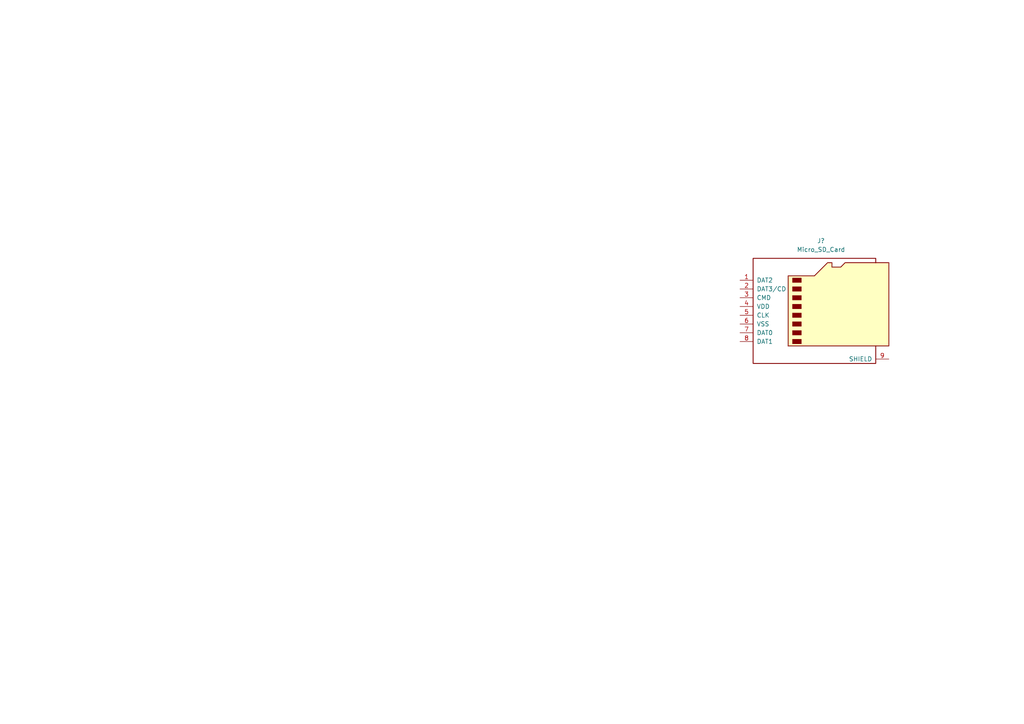
<source format=kicad_sch>
(kicad_sch (version 20211123) (generator eeschema)
  (paper "A4")
  (lib_symbols
    (symbol "Connector:Micro_SD_Card" (pin_names (offset 1.016))
      (property "Reference" "J" (at -16.51 15.24 0))
      (property "Value" "Micro_SD_Card" (at 16.51 15.24 0))
      (symbol "Micro_SD_Card_0_1"
        (rectangle (start -7.62 -9.525) (end -5.08 -10.795) (fill (type outline)))
        (rectangle (start -7.62 -6.985) (end -5.08 -8.255) (fill (type outline)))
        (rectangle (start -7.62 -4.445) (end -5.08 -5.715) (fill (type outline)))
        (rectangle (start -7.62 -1.905) (end -5.08 -3.175) (fill (type outline)))
        (rectangle (start -7.62 0.635) (end -5.08 -0.635) (fill (type outline)))
        (rectangle (start -7.62 3.175) (end -5.08 1.905) (fill (type outline)))
        (rectangle (start -7.62 5.715) (end -5.08 4.445) (fill (type outline)))
        (rectangle (start -7.62 8.255) (end -5.08 6.985) (fill (type outline)))
        (polyline (pts (xy 16.51 12.7) (xy 16.51 13.97) (xy -19.05 13.97) (xy -19.05 -16.51) (xy 16.51 -16.51) (xy 16.51 -11.43)) (stroke (width 0.254)))
        (polyline (pts (xy -8.89 -11.43) (xy -8.89 8.89) (xy -1.27 8.89) (xy 2.54 12.7) (xy 3.81 12.7) (xy 3.81 11.43) (xy 6.35 11.43) (xy 7.62 12.7) (xy 20.32 12.7) (xy 20.32 -11.43) (xy -8.89 -11.43)) (stroke (width 0.254)) (fill (type background)))
      )
      (symbol "Micro_SD_Card_1_1"
        (pin bidirectional line (at -22.86 7.62 0) (length 3.81) (name "DAT2") (number "1"))
        (pin bidirectional line (at -22.86 5.08 0) (length 3.81) (name "DAT3/CD") (number "2"))
        (pin input line (at -22.86 2.54 0) (length 3.81) (name "CMD") (number "3"))
        (pin power_in line (at -22.86 0 0) (length 3.81) (name "VDD") (number "4"))
        (pin input line (at -22.86 -2.54 0) (length 3.81) (name "CLK") (number "5"))
        (pin power_in line (at -22.86 -5.08 0) (length 3.81) (name "VSS") (number "6"))
        (pin bidirectional line (at -22.86 -7.62 0) (length 3.81) (name "DAT0") (number "7"))
        (pin bidirectional line (at -22.86 -10.16 0) (length 3.81) (name "DAT1") (number "8"))
        (pin passive line (at 20.32 -15.24 180) (length 3.81) (name "SHIELD") (number "9"))
      )
    )
  )
  (symbol (lib_id "Connector:Micro_SD_Card") (at 237.49 88.9 0) (unit 1)
    (property "Reference" "J?" (at 238.125 69.85 0))
    (property "Value" "Micro_SD_Card" (at 238.125 72.39 0))
    (property "Datasheet" "http://katalog.we-online.de/em/datasheet/693072010801.pdf" (effects hide))
  )
)
</source>
